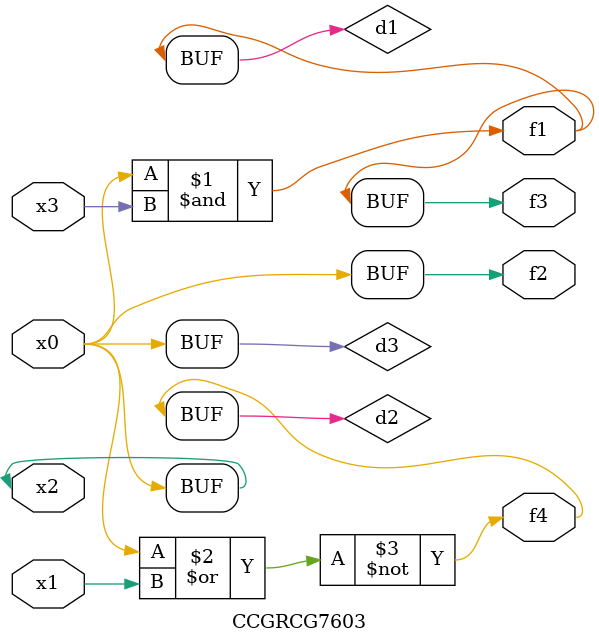
<source format=v>
module CCGRCG7603(
	input x0, x1, x2, x3,
	output f1, f2, f3, f4
);

	wire d1, d2, d3;

	and (d1, x2, x3);
	nor (d2, x0, x1);
	buf (d3, x0, x2);
	assign f1 = d1;
	assign f2 = d3;
	assign f3 = d1;
	assign f4 = d2;
endmodule

</source>
